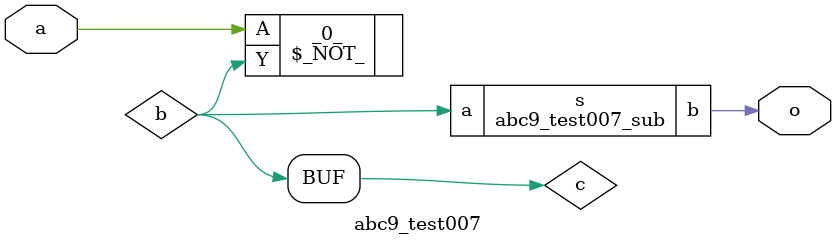
<source format=v>
/* Generated by Yosys 0.56+171 (git sha1 6fdcdd41d, g++ 11.4.0-1ubuntu1~22.04.2 -Og -fPIC) */

(* src = "dut.sv:28.1-33.10" *)
(* top =  1  *)
module abc9_test007(a, o);
  (* src = "dut.sv:28.27-28.28" *)
  input a;
  wire a;
  (* src = "dut.sv:28.37-28.38" *)
  output o;
  wire o;
  (* src = "dut.sv:29.6-29.7" *)
  wire b;
  (* src = "dut.sv:29.9-29.10" *)
  wire c;
  \$_NOT_  _0_ (
    .A(a),
    .Y(b)
  );
  abc9_test007_sub s (
    .a(b),
    .b(o)
  );
  assign c = b;
endmodule

(* src = "dut.sv:35.1-37.10" *)
module abc9_test007_sub(a, b);
  (* src = "dut.sv:35.31-35.32" *)
  input a;
  wire a;
  (* src = "dut.sv:35.41-35.42" *)
  output b;
  wire b;
  assign b = a;
endmodule

</source>
